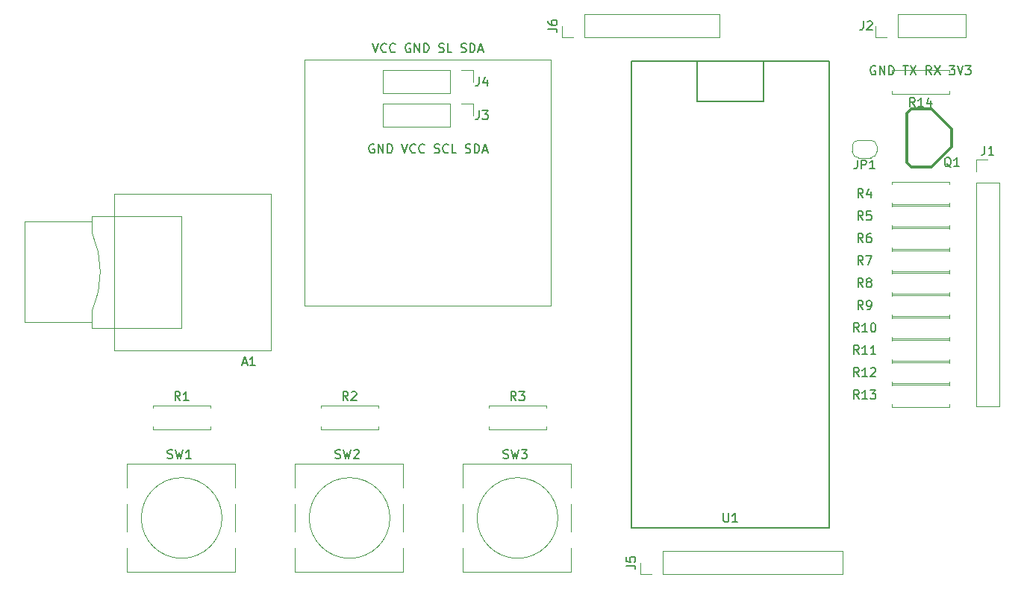
<source format=gbr>
%TF.GenerationSoftware,KiCad,Pcbnew,5.1.6-c6e7f7d~86~ubuntu16.04.1*%
%TF.CreationDate,2020-07-11T20:05:59+01:00*%
%TF.ProjectId,bluepill-pb1,626c7565-7069-46c6-9c2d-7062312e6b69,rev?*%
%TF.SameCoordinates,Original*%
%TF.FileFunction,Legend,Top*%
%TF.FilePolarity,Positive*%
%FSLAX46Y46*%
G04 Gerber Fmt 4.6, Leading zero omitted, Abs format (unit mm)*
G04 Created by KiCad (PCBNEW 5.1.6-c6e7f7d~86~ubuntu16.04.1) date 2020-07-11 20:05:59*
%MOMM*%
%LPD*%
G01*
G04 APERTURE LIST*
%ADD10C,0.120000*%
%ADD11C,0.150000*%
%ADD12C,0.304800*%
%ADD13C,0.203200*%
G04 APERTURE END LIST*
D10*
X100330000Y-91440000D02*
X100330000Y-63500000D01*
X128270000Y-91440000D02*
X100330000Y-91440000D01*
X128270000Y-63500000D02*
X128270000Y-91440000D01*
X100330000Y-63500000D02*
X128270000Y-63500000D01*
D11*
X165060952Y-64270000D02*
X164965714Y-64222380D01*
X164822857Y-64222380D01*
X164680000Y-64270000D01*
X164584761Y-64365238D01*
X164537142Y-64460476D01*
X164489523Y-64650952D01*
X164489523Y-64793809D01*
X164537142Y-64984285D01*
X164584761Y-65079523D01*
X164680000Y-65174761D01*
X164822857Y-65222380D01*
X164918095Y-65222380D01*
X165060952Y-65174761D01*
X165108571Y-65127142D01*
X165108571Y-64793809D01*
X164918095Y-64793809D01*
X165537142Y-65222380D02*
X165537142Y-64222380D01*
X166108571Y-65222380D01*
X166108571Y-64222380D01*
X166584761Y-65222380D02*
X166584761Y-64222380D01*
X166822857Y-64222380D01*
X166965714Y-64270000D01*
X167060952Y-64365238D01*
X167108571Y-64460476D01*
X167156190Y-64650952D01*
X167156190Y-64793809D01*
X167108571Y-64984285D01*
X167060952Y-65079523D01*
X166965714Y-65174761D01*
X166822857Y-65222380D01*
X166584761Y-65222380D01*
X168203809Y-64222380D02*
X168775238Y-64222380D01*
X168489523Y-65222380D02*
X168489523Y-64222380D01*
X169013333Y-64222380D02*
X169680000Y-65222380D01*
X169680000Y-64222380D02*
X169013333Y-65222380D01*
X171394285Y-65222380D02*
X171060952Y-64746190D01*
X170822857Y-65222380D02*
X170822857Y-64222380D01*
X171203809Y-64222380D01*
X171299047Y-64270000D01*
X171346666Y-64317619D01*
X171394285Y-64412857D01*
X171394285Y-64555714D01*
X171346666Y-64650952D01*
X171299047Y-64698571D01*
X171203809Y-64746190D01*
X170822857Y-64746190D01*
X171727619Y-64222380D02*
X172394285Y-65222380D01*
X172394285Y-64222380D02*
X171727619Y-65222380D01*
X173441904Y-64222380D02*
X174060952Y-64222380D01*
X173727619Y-64603333D01*
X173870476Y-64603333D01*
X173965714Y-64650952D01*
X174013333Y-64698571D01*
X174060952Y-64793809D01*
X174060952Y-65031904D01*
X174013333Y-65127142D01*
X173965714Y-65174761D01*
X173870476Y-65222380D01*
X173584761Y-65222380D01*
X173489523Y-65174761D01*
X173441904Y-65127142D01*
X174346666Y-64222380D02*
X174680000Y-65222380D01*
X175013333Y-64222380D01*
X175251428Y-64222380D02*
X175870476Y-64222380D01*
X175537142Y-64603333D01*
X175680000Y-64603333D01*
X175775238Y-64650952D01*
X175822857Y-64698571D01*
X175870476Y-64793809D01*
X175870476Y-65031904D01*
X175822857Y-65127142D01*
X175775238Y-65174761D01*
X175680000Y-65222380D01*
X175394285Y-65222380D01*
X175299047Y-65174761D01*
X175251428Y-65127142D01*
X108180952Y-73160000D02*
X108085714Y-73112380D01*
X107942857Y-73112380D01*
X107800000Y-73160000D01*
X107704761Y-73255238D01*
X107657142Y-73350476D01*
X107609523Y-73540952D01*
X107609523Y-73683809D01*
X107657142Y-73874285D01*
X107704761Y-73969523D01*
X107800000Y-74064761D01*
X107942857Y-74112380D01*
X108038095Y-74112380D01*
X108180952Y-74064761D01*
X108228571Y-74017142D01*
X108228571Y-73683809D01*
X108038095Y-73683809D01*
X108657142Y-74112380D02*
X108657142Y-73112380D01*
X109228571Y-74112380D01*
X109228571Y-73112380D01*
X109704761Y-74112380D02*
X109704761Y-73112380D01*
X109942857Y-73112380D01*
X110085714Y-73160000D01*
X110180952Y-73255238D01*
X110228571Y-73350476D01*
X110276190Y-73540952D01*
X110276190Y-73683809D01*
X110228571Y-73874285D01*
X110180952Y-73969523D01*
X110085714Y-74064761D01*
X109942857Y-74112380D01*
X109704761Y-74112380D01*
X111323809Y-73112380D02*
X111657142Y-74112380D01*
X111990476Y-73112380D01*
X112895238Y-74017142D02*
X112847619Y-74064761D01*
X112704761Y-74112380D01*
X112609523Y-74112380D01*
X112466666Y-74064761D01*
X112371428Y-73969523D01*
X112323809Y-73874285D01*
X112276190Y-73683809D01*
X112276190Y-73540952D01*
X112323809Y-73350476D01*
X112371428Y-73255238D01*
X112466666Y-73160000D01*
X112609523Y-73112380D01*
X112704761Y-73112380D01*
X112847619Y-73160000D01*
X112895238Y-73207619D01*
X113895238Y-74017142D02*
X113847619Y-74064761D01*
X113704761Y-74112380D01*
X113609523Y-74112380D01*
X113466666Y-74064761D01*
X113371428Y-73969523D01*
X113323809Y-73874285D01*
X113276190Y-73683809D01*
X113276190Y-73540952D01*
X113323809Y-73350476D01*
X113371428Y-73255238D01*
X113466666Y-73160000D01*
X113609523Y-73112380D01*
X113704761Y-73112380D01*
X113847619Y-73160000D01*
X113895238Y-73207619D01*
X115038095Y-74064761D02*
X115180952Y-74112380D01*
X115419047Y-74112380D01*
X115514285Y-74064761D01*
X115561904Y-74017142D01*
X115609523Y-73921904D01*
X115609523Y-73826666D01*
X115561904Y-73731428D01*
X115514285Y-73683809D01*
X115419047Y-73636190D01*
X115228571Y-73588571D01*
X115133333Y-73540952D01*
X115085714Y-73493333D01*
X115038095Y-73398095D01*
X115038095Y-73302857D01*
X115085714Y-73207619D01*
X115133333Y-73160000D01*
X115228571Y-73112380D01*
X115466666Y-73112380D01*
X115609523Y-73160000D01*
X116609523Y-74017142D02*
X116561904Y-74064761D01*
X116419047Y-74112380D01*
X116323809Y-74112380D01*
X116180952Y-74064761D01*
X116085714Y-73969523D01*
X116038095Y-73874285D01*
X115990476Y-73683809D01*
X115990476Y-73540952D01*
X116038095Y-73350476D01*
X116085714Y-73255238D01*
X116180952Y-73160000D01*
X116323809Y-73112380D01*
X116419047Y-73112380D01*
X116561904Y-73160000D01*
X116609523Y-73207619D01*
X117514285Y-74112380D02*
X117038095Y-74112380D01*
X117038095Y-73112380D01*
X118561904Y-74064761D02*
X118704761Y-74112380D01*
X118942857Y-74112380D01*
X119038095Y-74064761D01*
X119085714Y-74017142D01*
X119133333Y-73921904D01*
X119133333Y-73826666D01*
X119085714Y-73731428D01*
X119038095Y-73683809D01*
X118942857Y-73636190D01*
X118752380Y-73588571D01*
X118657142Y-73540952D01*
X118609523Y-73493333D01*
X118561904Y-73398095D01*
X118561904Y-73302857D01*
X118609523Y-73207619D01*
X118657142Y-73160000D01*
X118752380Y-73112380D01*
X118990476Y-73112380D01*
X119133333Y-73160000D01*
X119561904Y-74112380D02*
X119561904Y-73112380D01*
X119799999Y-73112380D01*
X119942857Y-73160000D01*
X120038095Y-73255238D01*
X120085714Y-73350476D01*
X120133333Y-73540952D01*
X120133333Y-73683809D01*
X120085714Y-73874285D01*
X120038095Y-73969523D01*
X119942857Y-74064761D01*
X119799999Y-74112380D01*
X119561904Y-74112380D01*
X120514285Y-73826666D02*
X120990476Y-73826666D01*
X120419047Y-74112380D02*
X120752380Y-73112380D01*
X121085714Y-74112380D01*
X108014285Y-61682380D02*
X108347619Y-62682380D01*
X108680952Y-61682380D01*
X109585714Y-62587142D02*
X109538095Y-62634761D01*
X109395238Y-62682380D01*
X109300000Y-62682380D01*
X109157142Y-62634761D01*
X109061904Y-62539523D01*
X109014285Y-62444285D01*
X108966666Y-62253809D01*
X108966666Y-62110952D01*
X109014285Y-61920476D01*
X109061904Y-61825238D01*
X109157142Y-61730000D01*
X109300000Y-61682380D01*
X109395238Y-61682380D01*
X109538095Y-61730000D01*
X109585714Y-61777619D01*
X110585714Y-62587142D02*
X110538095Y-62634761D01*
X110395238Y-62682380D01*
X110300000Y-62682380D01*
X110157142Y-62634761D01*
X110061904Y-62539523D01*
X110014285Y-62444285D01*
X109966666Y-62253809D01*
X109966666Y-62110952D01*
X110014285Y-61920476D01*
X110061904Y-61825238D01*
X110157142Y-61730000D01*
X110300000Y-61682380D01*
X110395238Y-61682380D01*
X110538095Y-61730000D01*
X110585714Y-61777619D01*
X112300000Y-61730000D02*
X112204761Y-61682380D01*
X112061904Y-61682380D01*
X111919047Y-61730000D01*
X111823809Y-61825238D01*
X111776190Y-61920476D01*
X111728571Y-62110952D01*
X111728571Y-62253809D01*
X111776190Y-62444285D01*
X111823809Y-62539523D01*
X111919047Y-62634761D01*
X112061904Y-62682380D01*
X112157142Y-62682380D01*
X112300000Y-62634761D01*
X112347619Y-62587142D01*
X112347619Y-62253809D01*
X112157142Y-62253809D01*
X112776190Y-62682380D02*
X112776190Y-61682380D01*
X113347619Y-62682380D01*
X113347619Y-61682380D01*
X113823809Y-62682380D02*
X113823809Y-61682380D01*
X114061904Y-61682380D01*
X114204761Y-61730000D01*
X114300000Y-61825238D01*
X114347619Y-61920476D01*
X114395238Y-62110952D01*
X114395238Y-62253809D01*
X114347619Y-62444285D01*
X114300000Y-62539523D01*
X114204761Y-62634761D01*
X114061904Y-62682380D01*
X113823809Y-62682380D01*
X115538095Y-62634761D02*
X115680952Y-62682380D01*
X115919047Y-62682380D01*
X116014285Y-62634761D01*
X116061904Y-62587142D01*
X116109523Y-62491904D01*
X116109523Y-62396666D01*
X116061904Y-62301428D01*
X116014285Y-62253809D01*
X115919047Y-62206190D01*
X115728571Y-62158571D01*
X115633333Y-62110952D01*
X115585714Y-62063333D01*
X115538095Y-61968095D01*
X115538095Y-61872857D01*
X115585714Y-61777619D01*
X115633333Y-61730000D01*
X115728571Y-61682380D01*
X115966666Y-61682380D01*
X116109523Y-61730000D01*
X117014285Y-62682380D02*
X116538095Y-62682380D01*
X116538095Y-61682380D01*
X118061904Y-62634761D02*
X118204761Y-62682380D01*
X118442857Y-62682380D01*
X118538095Y-62634761D01*
X118585714Y-62587142D01*
X118633333Y-62491904D01*
X118633333Y-62396666D01*
X118585714Y-62301428D01*
X118538095Y-62253809D01*
X118442857Y-62206190D01*
X118252380Y-62158571D01*
X118157142Y-62110952D01*
X118109523Y-62063333D01*
X118061904Y-61968095D01*
X118061904Y-61872857D01*
X118109523Y-61777619D01*
X118157142Y-61730000D01*
X118252380Y-61682380D01*
X118490476Y-61682380D01*
X118633333Y-61730000D01*
X119061904Y-62682380D02*
X119061904Y-61682380D01*
X119299999Y-61682380D01*
X119442857Y-61730000D01*
X119538095Y-61825238D01*
X119585714Y-61920476D01*
X119633333Y-62110952D01*
X119633333Y-62253809D01*
X119585714Y-62444285D01*
X119538095Y-62539523D01*
X119442857Y-62634761D01*
X119299999Y-62682380D01*
X119061904Y-62682380D01*
X120014285Y-62396666D02*
X120490476Y-62396666D01*
X119919047Y-62682380D02*
X120252380Y-61682380D01*
X120585714Y-62682380D01*
%TO.C,U1*%
X144790000Y-63770000D02*
X144790000Y-68270000D01*
X144790000Y-68270000D02*
X152390000Y-68270000D01*
X152390000Y-68270000D02*
X152390000Y-63770000D01*
X137340000Y-63670000D02*
X159840000Y-63670000D01*
X159840000Y-63670000D02*
X159840000Y-116670000D01*
X159840000Y-116670000D02*
X137340000Y-116670000D01*
X137340000Y-116670000D02*
X137340000Y-63670000D01*
D10*
%TO.C,SW2*%
X99160000Y-109380000D02*
X111460000Y-109380000D01*
X111460000Y-113960000D02*
X111460000Y-117100000D01*
X111460000Y-121680000D02*
X99160000Y-121680000D01*
X99160000Y-112100000D02*
X99160000Y-109380000D01*
X109989050Y-115570000D02*
G75*
G03*
X109989050Y-115570000I-4579050J0D01*
G01*
X99160000Y-121680000D02*
X99160000Y-118960000D01*
X99160000Y-117100000D02*
X99160000Y-113960000D01*
X111460000Y-118960000D02*
X111460000Y-121680000D01*
X111460000Y-109380000D02*
X111460000Y-112100000D01*
%TO.C,J6*%
X147380000Y-61020000D02*
X147380000Y-58360000D01*
X132080000Y-61020000D02*
X147380000Y-61020000D01*
X132080000Y-58360000D02*
X147380000Y-58360000D01*
X132080000Y-61020000D02*
X132080000Y-58360000D01*
X130810000Y-61020000D02*
X129480000Y-61020000D01*
X129480000Y-61020000D02*
X129480000Y-59690000D01*
%TO.C,J5*%
X161350000Y-121980000D02*
X161350000Y-119320000D01*
X140970000Y-121980000D02*
X161350000Y-121980000D01*
X140970000Y-119320000D02*
X161350000Y-119320000D01*
X140970000Y-121980000D02*
X140970000Y-119320000D01*
X139700000Y-121980000D02*
X138370000Y-121980000D01*
X138370000Y-121980000D02*
X138370000Y-120650000D01*
%TO.C,R14*%
X173450000Y-67080000D02*
X173450000Y-67410000D01*
X173450000Y-67410000D02*
X166910000Y-67410000D01*
X166910000Y-67410000D02*
X166910000Y-67080000D01*
X173450000Y-65000000D02*
X173450000Y-64670000D01*
X173450000Y-64670000D02*
X166910000Y-64670000D01*
X166910000Y-64670000D02*
X166910000Y-65000000D01*
D12*
%TO.C,Q1*%
X173736000Y-71374000D02*
X173736000Y-73406000D01*
X173736000Y-71374000D02*
X171450000Y-69088000D01*
X173736000Y-73406000D02*
X171450000Y-75692000D01*
X169164000Y-69088000D02*
X171450000Y-69088000D01*
X168656000Y-69596000D02*
X169164000Y-69088000D01*
X168656000Y-75184000D02*
X168656000Y-69596000D01*
X169164000Y-75692000D02*
X168656000Y-75184000D01*
X171450000Y-75692000D02*
X169164000Y-75692000D01*
D10*
%TO.C,J4*%
X119440000Y-64710000D02*
X119440000Y-66040000D01*
X118110000Y-64710000D02*
X119440000Y-64710000D01*
X116840000Y-64710000D02*
X116840000Y-67370000D01*
X116840000Y-67370000D02*
X109160000Y-67370000D01*
X116840000Y-64710000D02*
X109160000Y-64710000D01*
X109160000Y-64710000D02*
X109160000Y-67370000D01*
%TO.C,J2*%
X165040000Y-61020000D02*
X165040000Y-59690000D01*
X166370000Y-61020000D02*
X165040000Y-61020000D01*
X167640000Y-61020000D02*
X167640000Y-58360000D01*
X167640000Y-58360000D02*
X175320000Y-58360000D01*
X167640000Y-61020000D02*
X175320000Y-61020000D01*
X175320000Y-61020000D02*
X175320000Y-58360000D01*
%TO.C,J1*%
X176470000Y-74870000D02*
X177800000Y-74870000D01*
X176470000Y-76200000D02*
X176470000Y-74870000D01*
X176470000Y-77470000D02*
X179130000Y-77470000D01*
X179130000Y-77470000D02*
X179130000Y-102930000D01*
X176470000Y-77470000D02*
X176470000Y-102930000D01*
X176470000Y-102930000D02*
X179130000Y-102930000D01*
%TO.C,JP1*%
X164530000Y-74660000D02*
X163130000Y-74660000D01*
X162430000Y-73960000D02*
X162430000Y-73360000D01*
X163130000Y-72660000D02*
X164530000Y-72660000D01*
X165230000Y-73360000D02*
X165230000Y-73960000D01*
X165230000Y-73960000D02*
G75*
G02*
X164530000Y-74660000I-700000J0D01*
G01*
X164530000Y-72660000D02*
G75*
G02*
X165230000Y-73360000I0J-700000D01*
G01*
X162430000Y-73360000D02*
G75*
G02*
X163130000Y-72660000I700000J0D01*
G01*
X163130000Y-74660000D02*
G75*
G02*
X162430000Y-73960000I0J700000D01*
G01*
%TO.C,R13*%
X173450000Y-102970000D02*
X173450000Y-102640000D01*
X166910000Y-102970000D02*
X173450000Y-102970000D01*
X166910000Y-102640000D02*
X166910000Y-102970000D01*
X173450000Y-100230000D02*
X173450000Y-100560000D01*
X166910000Y-100230000D02*
X173450000Y-100230000D01*
X166910000Y-100560000D02*
X166910000Y-100230000D01*
%TO.C,R12*%
X173450000Y-100430000D02*
X173450000Y-100100000D01*
X166910000Y-100430000D02*
X173450000Y-100430000D01*
X166910000Y-100100000D02*
X166910000Y-100430000D01*
X173450000Y-97690000D02*
X173450000Y-98020000D01*
X166910000Y-97690000D02*
X173450000Y-97690000D01*
X166910000Y-98020000D02*
X166910000Y-97690000D01*
%TO.C,R11*%
X173450000Y-97890000D02*
X173450000Y-97560000D01*
X166910000Y-97890000D02*
X173450000Y-97890000D01*
X166910000Y-97560000D02*
X166910000Y-97890000D01*
X173450000Y-95150000D02*
X173450000Y-95480000D01*
X166910000Y-95150000D02*
X173450000Y-95150000D01*
X166910000Y-95480000D02*
X166910000Y-95150000D01*
%TO.C,R10*%
X173450000Y-95350000D02*
X173450000Y-95020000D01*
X166910000Y-95350000D02*
X173450000Y-95350000D01*
X166910000Y-95020000D02*
X166910000Y-95350000D01*
X173450000Y-92610000D02*
X173450000Y-92940000D01*
X166910000Y-92610000D02*
X173450000Y-92610000D01*
X166910000Y-92940000D02*
X166910000Y-92610000D01*
%TO.C,R9*%
X173450000Y-92810000D02*
X173450000Y-92480000D01*
X166910000Y-92810000D02*
X173450000Y-92810000D01*
X166910000Y-92480000D02*
X166910000Y-92810000D01*
X173450000Y-90070000D02*
X173450000Y-90400000D01*
X166910000Y-90070000D02*
X173450000Y-90070000D01*
X166910000Y-90400000D02*
X166910000Y-90070000D01*
%TO.C,R8*%
X173450000Y-90270000D02*
X173450000Y-89940000D01*
X166910000Y-90270000D02*
X173450000Y-90270000D01*
X166910000Y-89940000D02*
X166910000Y-90270000D01*
X173450000Y-87530000D02*
X173450000Y-87860000D01*
X166910000Y-87530000D02*
X173450000Y-87530000D01*
X166910000Y-87860000D02*
X166910000Y-87530000D01*
%TO.C,R7*%
X173450000Y-87730000D02*
X173450000Y-87400000D01*
X166910000Y-87730000D02*
X173450000Y-87730000D01*
X166910000Y-87400000D02*
X166910000Y-87730000D01*
X173450000Y-84990000D02*
X173450000Y-85320000D01*
X166910000Y-84990000D02*
X173450000Y-84990000D01*
X166910000Y-85320000D02*
X166910000Y-84990000D01*
%TO.C,R6*%
X173450000Y-85190000D02*
X173450000Y-84860000D01*
X166910000Y-85190000D02*
X173450000Y-85190000D01*
X166910000Y-84860000D02*
X166910000Y-85190000D01*
X173450000Y-82450000D02*
X173450000Y-82780000D01*
X166910000Y-82450000D02*
X173450000Y-82450000D01*
X166910000Y-82780000D02*
X166910000Y-82450000D01*
%TO.C,R5*%
X173450000Y-82650000D02*
X173450000Y-82320000D01*
X166910000Y-82650000D02*
X173450000Y-82650000D01*
X166910000Y-82320000D02*
X166910000Y-82650000D01*
X173450000Y-79910000D02*
X173450000Y-80240000D01*
X166910000Y-79910000D02*
X173450000Y-79910000D01*
X166910000Y-80240000D02*
X166910000Y-79910000D01*
%TO.C,R4*%
X173450000Y-80110000D02*
X173450000Y-79780000D01*
X166910000Y-80110000D02*
X173450000Y-80110000D01*
X166910000Y-79780000D02*
X166910000Y-80110000D01*
X173450000Y-77370000D02*
X173450000Y-77700000D01*
X166910000Y-77370000D02*
X173450000Y-77370000D01*
X166910000Y-77700000D02*
X166910000Y-77370000D01*
%TO.C,SW3*%
X118210000Y-109380000D02*
X130510000Y-109380000D01*
X130510000Y-113960000D02*
X130510000Y-117100000D01*
X130510000Y-121680000D02*
X118210000Y-121680000D01*
X118210000Y-112100000D02*
X118210000Y-109380000D01*
X129039050Y-115570000D02*
G75*
G03*
X129039050Y-115570000I-4579050J0D01*
G01*
X118210000Y-121680000D02*
X118210000Y-118960000D01*
X118210000Y-117100000D02*
X118210000Y-113960000D01*
X130510000Y-118960000D02*
X130510000Y-121680000D01*
X130510000Y-109380000D02*
X130510000Y-112100000D01*
%TO.C,SW1*%
X80110000Y-109380000D02*
X92410000Y-109380000D01*
X92410000Y-113960000D02*
X92410000Y-117100000D01*
X92410000Y-121680000D02*
X80110000Y-121680000D01*
X80110000Y-112100000D02*
X80110000Y-109380000D01*
X90939050Y-115570000D02*
G75*
G03*
X90939050Y-115570000I-4579050J0D01*
G01*
X80110000Y-121680000D02*
X80110000Y-118960000D01*
X80110000Y-117100000D02*
X80110000Y-113960000D01*
X92410000Y-118960000D02*
X92410000Y-121680000D01*
X92410000Y-109380000D02*
X92410000Y-112100000D01*
%TO.C,R3*%
X121190000Y-103100000D02*
X121190000Y-102770000D01*
X121190000Y-102770000D02*
X127730000Y-102770000D01*
X127730000Y-102770000D02*
X127730000Y-103100000D01*
X121190000Y-105180000D02*
X121190000Y-105510000D01*
X121190000Y-105510000D02*
X127730000Y-105510000D01*
X127730000Y-105510000D02*
X127730000Y-105180000D01*
%TO.C,R2*%
X102140000Y-103100000D02*
X102140000Y-102770000D01*
X102140000Y-102770000D02*
X108680000Y-102770000D01*
X108680000Y-102770000D02*
X108680000Y-103100000D01*
X102140000Y-105180000D02*
X102140000Y-105510000D01*
X102140000Y-105510000D02*
X108680000Y-105510000D01*
X108680000Y-105510000D02*
X108680000Y-105180000D01*
%TO.C,R1*%
X83090000Y-103100000D02*
X83090000Y-102770000D01*
X83090000Y-102770000D02*
X89630000Y-102770000D01*
X89630000Y-102770000D02*
X89630000Y-103100000D01*
X83090000Y-105180000D02*
X83090000Y-105510000D01*
X83090000Y-105510000D02*
X89630000Y-105510000D01*
X89630000Y-105510000D02*
X89630000Y-105180000D01*
%TO.C,J3*%
X109160000Y-68520000D02*
X109160000Y-71180000D01*
X116840000Y-68520000D02*
X109160000Y-68520000D01*
X116840000Y-71180000D02*
X109160000Y-71180000D01*
X116840000Y-68520000D02*
X116840000Y-71180000D01*
X118110000Y-68520000D02*
X119440000Y-68520000D01*
X119440000Y-68520000D02*
X119440000Y-69850000D01*
%TO.C,A1*%
X96520000Y-96520000D02*
X78740000Y-96520000D01*
X78740000Y-96520000D02*
X78740000Y-78740000D01*
X78740000Y-78740000D02*
X96520000Y-78740000D01*
X96520000Y-78740000D02*
X96520000Y-96520000D01*
X86360000Y-93980000D02*
X86360000Y-81280000D01*
X86360000Y-81280000D02*
X76200000Y-81280000D01*
X86360000Y-93980000D02*
X76200000Y-93980000D01*
X76200000Y-93980000D02*
X76200000Y-92075000D01*
X76200000Y-81280000D02*
X76200000Y-83185000D01*
X76200000Y-93345000D02*
X68580000Y-93345000D01*
X68580000Y-93345000D02*
X68580000Y-81915000D01*
X68580000Y-81915000D02*
X76200000Y-81915000D01*
X76200000Y-83185001D02*
G75*
G02*
X76200000Y-92075000I-10160000J-4444999D01*
G01*
%TO.C,U1*%
D11*
X147828095Y-115022380D02*
X147828095Y-115831904D01*
X147875714Y-115927142D01*
X147923333Y-115974761D01*
X148018571Y-116022380D01*
X148209047Y-116022380D01*
X148304285Y-115974761D01*
X148351904Y-115927142D01*
X148399523Y-115831904D01*
X148399523Y-115022380D01*
X149399523Y-116022380D02*
X148828095Y-116022380D01*
X149113809Y-116022380D02*
X149113809Y-115022380D01*
X149018571Y-115165238D01*
X148923333Y-115260476D01*
X148828095Y-115308095D01*
%TO.C,SW2*%
X103806666Y-108774761D02*
X103949523Y-108822380D01*
X104187619Y-108822380D01*
X104282857Y-108774761D01*
X104330476Y-108727142D01*
X104378095Y-108631904D01*
X104378095Y-108536666D01*
X104330476Y-108441428D01*
X104282857Y-108393809D01*
X104187619Y-108346190D01*
X103997142Y-108298571D01*
X103901904Y-108250952D01*
X103854285Y-108203333D01*
X103806666Y-108108095D01*
X103806666Y-108012857D01*
X103854285Y-107917619D01*
X103901904Y-107870000D01*
X103997142Y-107822380D01*
X104235238Y-107822380D01*
X104378095Y-107870000D01*
X104711428Y-107822380D02*
X104949523Y-108822380D01*
X105140000Y-108108095D01*
X105330476Y-108822380D01*
X105568571Y-107822380D01*
X105901904Y-107917619D02*
X105949523Y-107870000D01*
X106044761Y-107822380D01*
X106282857Y-107822380D01*
X106378095Y-107870000D01*
X106425714Y-107917619D01*
X106473333Y-108012857D01*
X106473333Y-108108095D01*
X106425714Y-108250952D01*
X105854285Y-108822380D01*
X106473333Y-108822380D01*
%TO.C,J6*%
X127932380Y-60023333D02*
X128646666Y-60023333D01*
X128789523Y-60070952D01*
X128884761Y-60166190D01*
X128932380Y-60309047D01*
X128932380Y-60404285D01*
X127932380Y-59118571D02*
X127932380Y-59309047D01*
X127980000Y-59404285D01*
X128027619Y-59451904D01*
X128170476Y-59547142D01*
X128360952Y-59594761D01*
X128741904Y-59594761D01*
X128837142Y-59547142D01*
X128884761Y-59499523D01*
X128932380Y-59404285D01*
X128932380Y-59213809D01*
X128884761Y-59118571D01*
X128837142Y-59070952D01*
X128741904Y-59023333D01*
X128503809Y-59023333D01*
X128408571Y-59070952D01*
X128360952Y-59118571D01*
X128313333Y-59213809D01*
X128313333Y-59404285D01*
X128360952Y-59499523D01*
X128408571Y-59547142D01*
X128503809Y-59594761D01*
%TO.C,J5*%
X136822380Y-120983333D02*
X137536666Y-120983333D01*
X137679523Y-121030952D01*
X137774761Y-121126190D01*
X137822380Y-121269047D01*
X137822380Y-121364285D01*
X136822380Y-120030952D02*
X136822380Y-120507142D01*
X137298571Y-120554761D01*
X137250952Y-120507142D01*
X137203333Y-120411904D01*
X137203333Y-120173809D01*
X137250952Y-120078571D01*
X137298571Y-120030952D01*
X137393809Y-119983333D01*
X137631904Y-119983333D01*
X137727142Y-120030952D01*
X137774761Y-120078571D01*
X137822380Y-120173809D01*
X137822380Y-120411904D01*
X137774761Y-120507142D01*
X137727142Y-120554761D01*
%TO.C,R14*%
X169537142Y-68862380D02*
X169203809Y-68386190D01*
X168965714Y-68862380D02*
X168965714Y-67862380D01*
X169346666Y-67862380D01*
X169441904Y-67910000D01*
X169489523Y-67957619D01*
X169537142Y-68052857D01*
X169537142Y-68195714D01*
X169489523Y-68290952D01*
X169441904Y-68338571D01*
X169346666Y-68386190D01*
X168965714Y-68386190D01*
X170489523Y-68862380D02*
X169918095Y-68862380D01*
X170203809Y-68862380D02*
X170203809Y-67862380D01*
X170108571Y-68005238D01*
X170013333Y-68100476D01*
X169918095Y-68148095D01*
X171346666Y-68195714D02*
X171346666Y-68862380D01*
X171108571Y-67814761D02*
X170870476Y-68529047D01*
X171489523Y-68529047D01*
%TO.C,Q1*%
D13*
X173639238Y-75740380D02*
X173542476Y-75692000D01*
X173445714Y-75595238D01*
X173300571Y-75450095D01*
X173203809Y-75401714D01*
X173107047Y-75401714D01*
X173155428Y-75643619D02*
X173058666Y-75595238D01*
X172961904Y-75498476D01*
X172913523Y-75304952D01*
X172913523Y-74966285D01*
X172961904Y-74772761D01*
X173058666Y-74676000D01*
X173155428Y-74627619D01*
X173348952Y-74627619D01*
X173445714Y-74676000D01*
X173542476Y-74772761D01*
X173590857Y-74966285D01*
X173590857Y-75304952D01*
X173542476Y-75498476D01*
X173445714Y-75595238D01*
X173348952Y-75643619D01*
X173155428Y-75643619D01*
X174558476Y-75643619D02*
X173977904Y-75643619D01*
X174268190Y-75643619D02*
X174268190Y-74627619D01*
X174171428Y-74772761D01*
X174074666Y-74869523D01*
X173977904Y-74917904D01*
%TO.C,J4*%
D11*
X120106666Y-65492380D02*
X120106666Y-66206666D01*
X120059047Y-66349523D01*
X119963809Y-66444761D01*
X119820952Y-66492380D01*
X119725714Y-66492380D01*
X121011428Y-65825714D02*
X121011428Y-66492380D01*
X120773333Y-65444761D02*
X120535238Y-66159047D01*
X121154285Y-66159047D01*
%TO.C,J2*%
X163706666Y-59142380D02*
X163706666Y-59856666D01*
X163659047Y-59999523D01*
X163563809Y-60094761D01*
X163420952Y-60142380D01*
X163325714Y-60142380D01*
X164135238Y-59237619D02*
X164182857Y-59190000D01*
X164278095Y-59142380D01*
X164516190Y-59142380D01*
X164611428Y-59190000D01*
X164659047Y-59237619D01*
X164706666Y-59332857D01*
X164706666Y-59428095D01*
X164659047Y-59570952D01*
X164087619Y-60142380D01*
X164706666Y-60142380D01*
%TO.C,J1*%
X177466666Y-73322380D02*
X177466666Y-74036666D01*
X177419047Y-74179523D01*
X177323809Y-74274761D01*
X177180952Y-74322380D01*
X177085714Y-74322380D01*
X178466666Y-74322380D02*
X177895238Y-74322380D01*
X178180952Y-74322380D02*
X178180952Y-73322380D01*
X178085714Y-73465238D01*
X177990476Y-73560476D01*
X177895238Y-73608095D01*
%TO.C,JP1*%
X162996666Y-74912380D02*
X162996666Y-75626666D01*
X162949047Y-75769523D01*
X162853809Y-75864761D01*
X162710952Y-75912380D01*
X162615714Y-75912380D01*
X163472857Y-75912380D02*
X163472857Y-74912380D01*
X163853809Y-74912380D01*
X163949047Y-74960000D01*
X163996666Y-75007619D01*
X164044285Y-75102857D01*
X164044285Y-75245714D01*
X163996666Y-75340952D01*
X163949047Y-75388571D01*
X163853809Y-75436190D01*
X163472857Y-75436190D01*
X164996666Y-75912380D02*
X164425238Y-75912380D01*
X164710952Y-75912380D02*
X164710952Y-74912380D01*
X164615714Y-75055238D01*
X164520476Y-75150476D01*
X164425238Y-75198095D01*
%TO.C,R13*%
X163187142Y-102052380D02*
X162853809Y-101576190D01*
X162615714Y-102052380D02*
X162615714Y-101052380D01*
X162996666Y-101052380D01*
X163091904Y-101100000D01*
X163139523Y-101147619D01*
X163187142Y-101242857D01*
X163187142Y-101385714D01*
X163139523Y-101480952D01*
X163091904Y-101528571D01*
X162996666Y-101576190D01*
X162615714Y-101576190D01*
X164139523Y-102052380D02*
X163568095Y-102052380D01*
X163853809Y-102052380D02*
X163853809Y-101052380D01*
X163758571Y-101195238D01*
X163663333Y-101290476D01*
X163568095Y-101338095D01*
X164472857Y-101052380D02*
X165091904Y-101052380D01*
X164758571Y-101433333D01*
X164901428Y-101433333D01*
X164996666Y-101480952D01*
X165044285Y-101528571D01*
X165091904Y-101623809D01*
X165091904Y-101861904D01*
X165044285Y-101957142D01*
X164996666Y-102004761D01*
X164901428Y-102052380D01*
X164615714Y-102052380D01*
X164520476Y-102004761D01*
X164472857Y-101957142D01*
%TO.C,R12*%
X163187142Y-99512380D02*
X162853809Y-99036190D01*
X162615714Y-99512380D02*
X162615714Y-98512380D01*
X162996666Y-98512380D01*
X163091904Y-98560000D01*
X163139523Y-98607619D01*
X163187142Y-98702857D01*
X163187142Y-98845714D01*
X163139523Y-98940952D01*
X163091904Y-98988571D01*
X162996666Y-99036190D01*
X162615714Y-99036190D01*
X164139523Y-99512380D02*
X163568095Y-99512380D01*
X163853809Y-99512380D02*
X163853809Y-98512380D01*
X163758571Y-98655238D01*
X163663333Y-98750476D01*
X163568095Y-98798095D01*
X164520476Y-98607619D02*
X164568095Y-98560000D01*
X164663333Y-98512380D01*
X164901428Y-98512380D01*
X164996666Y-98560000D01*
X165044285Y-98607619D01*
X165091904Y-98702857D01*
X165091904Y-98798095D01*
X165044285Y-98940952D01*
X164472857Y-99512380D01*
X165091904Y-99512380D01*
%TO.C,R11*%
X163187142Y-96972380D02*
X162853809Y-96496190D01*
X162615714Y-96972380D02*
X162615714Y-95972380D01*
X162996666Y-95972380D01*
X163091904Y-96020000D01*
X163139523Y-96067619D01*
X163187142Y-96162857D01*
X163187142Y-96305714D01*
X163139523Y-96400952D01*
X163091904Y-96448571D01*
X162996666Y-96496190D01*
X162615714Y-96496190D01*
X164139523Y-96972380D02*
X163568095Y-96972380D01*
X163853809Y-96972380D02*
X163853809Y-95972380D01*
X163758571Y-96115238D01*
X163663333Y-96210476D01*
X163568095Y-96258095D01*
X165091904Y-96972380D02*
X164520476Y-96972380D01*
X164806190Y-96972380D02*
X164806190Y-95972380D01*
X164710952Y-96115238D01*
X164615714Y-96210476D01*
X164520476Y-96258095D01*
%TO.C,R10*%
X163187142Y-94432380D02*
X162853809Y-93956190D01*
X162615714Y-94432380D02*
X162615714Y-93432380D01*
X162996666Y-93432380D01*
X163091904Y-93480000D01*
X163139523Y-93527619D01*
X163187142Y-93622857D01*
X163187142Y-93765714D01*
X163139523Y-93860952D01*
X163091904Y-93908571D01*
X162996666Y-93956190D01*
X162615714Y-93956190D01*
X164139523Y-94432380D02*
X163568095Y-94432380D01*
X163853809Y-94432380D02*
X163853809Y-93432380D01*
X163758571Y-93575238D01*
X163663333Y-93670476D01*
X163568095Y-93718095D01*
X164758571Y-93432380D02*
X164853809Y-93432380D01*
X164949047Y-93480000D01*
X164996666Y-93527619D01*
X165044285Y-93622857D01*
X165091904Y-93813333D01*
X165091904Y-94051428D01*
X165044285Y-94241904D01*
X164996666Y-94337142D01*
X164949047Y-94384761D01*
X164853809Y-94432380D01*
X164758571Y-94432380D01*
X164663333Y-94384761D01*
X164615714Y-94337142D01*
X164568095Y-94241904D01*
X164520476Y-94051428D01*
X164520476Y-93813333D01*
X164568095Y-93622857D01*
X164615714Y-93527619D01*
X164663333Y-93480000D01*
X164758571Y-93432380D01*
%TO.C,R9*%
X163663333Y-91892380D02*
X163330000Y-91416190D01*
X163091904Y-91892380D02*
X163091904Y-90892380D01*
X163472857Y-90892380D01*
X163568095Y-90940000D01*
X163615714Y-90987619D01*
X163663333Y-91082857D01*
X163663333Y-91225714D01*
X163615714Y-91320952D01*
X163568095Y-91368571D01*
X163472857Y-91416190D01*
X163091904Y-91416190D01*
X164139523Y-91892380D02*
X164330000Y-91892380D01*
X164425238Y-91844761D01*
X164472857Y-91797142D01*
X164568095Y-91654285D01*
X164615714Y-91463809D01*
X164615714Y-91082857D01*
X164568095Y-90987619D01*
X164520476Y-90940000D01*
X164425238Y-90892380D01*
X164234761Y-90892380D01*
X164139523Y-90940000D01*
X164091904Y-90987619D01*
X164044285Y-91082857D01*
X164044285Y-91320952D01*
X164091904Y-91416190D01*
X164139523Y-91463809D01*
X164234761Y-91511428D01*
X164425238Y-91511428D01*
X164520476Y-91463809D01*
X164568095Y-91416190D01*
X164615714Y-91320952D01*
%TO.C,R8*%
X163663333Y-89352380D02*
X163330000Y-88876190D01*
X163091904Y-89352380D02*
X163091904Y-88352380D01*
X163472857Y-88352380D01*
X163568095Y-88400000D01*
X163615714Y-88447619D01*
X163663333Y-88542857D01*
X163663333Y-88685714D01*
X163615714Y-88780952D01*
X163568095Y-88828571D01*
X163472857Y-88876190D01*
X163091904Y-88876190D01*
X164234761Y-88780952D02*
X164139523Y-88733333D01*
X164091904Y-88685714D01*
X164044285Y-88590476D01*
X164044285Y-88542857D01*
X164091904Y-88447619D01*
X164139523Y-88400000D01*
X164234761Y-88352380D01*
X164425238Y-88352380D01*
X164520476Y-88400000D01*
X164568095Y-88447619D01*
X164615714Y-88542857D01*
X164615714Y-88590476D01*
X164568095Y-88685714D01*
X164520476Y-88733333D01*
X164425238Y-88780952D01*
X164234761Y-88780952D01*
X164139523Y-88828571D01*
X164091904Y-88876190D01*
X164044285Y-88971428D01*
X164044285Y-89161904D01*
X164091904Y-89257142D01*
X164139523Y-89304761D01*
X164234761Y-89352380D01*
X164425238Y-89352380D01*
X164520476Y-89304761D01*
X164568095Y-89257142D01*
X164615714Y-89161904D01*
X164615714Y-88971428D01*
X164568095Y-88876190D01*
X164520476Y-88828571D01*
X164425238Y-88780952D01*
%TO.C,R7*%
X163663333Y-86812380D02*
X163330000Y-86336190D01*
X163091904Y-86812380D02*
X163091904Y-85812380D01*
X163472857Y-85812380D01*
X163568095Y-85860000D01*
X163615714Y-85907619D01*
X163663333Y-86002857D01*
X163663333Y-86145714D01*
X163615714Y-86240952D01*
X163568095Y-86288571D01*
X163472857Y-86336190D01*
X163091904Y-86336190D01*
X163996666Y-85812380D02*
X164663333Y-85812380D01*
X164234761Y-86812380D01*
%TO.C,R6*%
X163663333Y-84272380D02*
X163330000Y-83796190D01*
X163091904Y-84272380D02*
X163091904Y-83272380D01*
X163472857Y-83272380D01*
X163568095Y-83320000D01*
X163615714Y-83367619D01*
X163663333Y-83462857D01*
X163663333Y-83605714D01*
X163615714Y-83700952D01*
X163568095Y-83748571D01*
X163472857Y-83796190D01*
X163091904Y-83796190D01*
X164520476Y-83272380D02*
X164330000Y-83272380D01*
X164234761Y-83320000D01*
X164187142Y-83367619D01*
X164091904Y-83510476D01*
X164044285Y-83700952D01*
X164044285Y-84081904D01*
X164091904Y-84177142D01*
X164139523Y-84224761D01*
X164234761Y-84272380D01*
X164425238Y-84272380D01*
X164520476Y-84224761D01*
X164568095Y-84177142D01*
X164615714Y-84081904D01*
X164615714Y-83843809D01*
X164568095Y-83748571D01*
X164520476Y-83700952D01*
X164425238Y-83653333D01*
X164234761Y-83653333D01*
X164139523Y-83700952D01*
X164091904Y-83748571D01*
X164044285Y-83843809D01*
%TO.C,R5*%
X163663333Y-81732380D02*
X163330000Y-81256190D01*
X163091904Y-81732380D02*
X163091904Y-80732380D01*
X163472857Y-80732380D01*
X163568095Y-80780000D01*
X163615714Y-80827619D01*
X163663333Y-80922857D01*
X163663333Y-81065714D01*
X163615714Y-81160952D01*
X163568095Y-81208571D01*
X163472857Y-81256190D01*
X163091904Y-81256190D01*
X164568095Y-80732380D02*
X164091904Y-80732380D01*
X164044285Y-81208571D01*
X164091904Y-81160952D01*
X164187142Y-81113333D01*
X164425238Y-81113333D01*
X164520476Y-81160952D01*
X164568095Y-81208571D01*
X164615714Y-81303809D01*
X164615714Y-81541904D01*
X164568095Y-81637142D01*
X164520476Y-81684761D01*
X164425238Y-81732380D01*
X164187142Y-81732380D01*
X164091904Y-81684761D01*
X164044285Y-81637142D01*
%TO.C,R4*%
X163663333Y-79192380D02*
X163330000Y-78716190D01*
X163091904Y-79192380D02*
X163091904Y-78192380D01*
X163472857Y-78192380D01*
X163568095Y-78240000D01*
X163615714Y-78287619D01*
X163663333Y-78382857D01*
X163663333Y-78525714D01*
X163615714Y-78620952D01*
X163568095Y-78668571D01*
X163472857Y-78716190D01*
X163091904Y-78716190D01*
X164520476Y-78525714D02*
X164520476Y-79192380D01*
X164282380Y-78144761D02*
X164044285Y-78859047D01*
X164663333Y-78859047D01*
%TO.C,SW3*%
X122856666Y-108774761D02*
X122999523Y-108822380D01*
X123237619Y-108822380D01*
X123332857Y-108774761D01*
X123380476Y-108727142D01*
X123428095Y-108631904D01*
X123428095Y-108536666D01*
X123380476Y-108441428D01*
X123332857Y-108393809D01*
X123237619Y-108346190D01*
X123047142Y-108298571D01*
X122951904Y-108250952D01*
X122904285Y-108203333D01*
X122856666Y-108108095D01*
X122856666Y-108012857D01*
X122904285Y-107917619D01*
X122951904Y-107870000D01*
X123047142Y-107822380D01*
X123285238Y-107822380D01*
X123428095Y-107870000D01*
X123761428Y-107822380D02*
X123999523Y-108822380D01*
X124190000Y-108108095D01*
X124380476Y-108822380D01*
X124618571Y-107822380D01*
X124904285Y-107822380D02*
X125523333Y-107822380D01*
X125190000Y-108203333D01*
X125332857Y-108203333D01*
X125428095Y-108250952D01*
X125475714Y-108298571D01*
X125523333Y-108393809D01*
X125523333Y-108631904D01*
X125475714Y-108727142D01*
X125428095Y-108774761D01*
X125332857Y-108822380D01*
X125047142Y-108822380D01*
X124951904Y-108774761D01*
X124904285Y-108727142D01*
%TO.C,SW1*%
X84756666Y-108774761D02*
X84899523Y-108822380D01*
X85137619Y-108822380D01*
X85232857Y-108774761D01*
X85280476Y-108727142D01*
X85328095Y-108631904D01*
X85328095Y-108536666D01*
X85280476Y-108441428D01*
X85232857Y-108393809D01*
X85137619Y-108346190D01*
X84947142Y-108298571D01*
X84851904Y-108250952D01*
X84804285Y-108203333D01*
X84756666Y-108108095D01*
X84756666Y-108012857D01*
X84804285Y-107917619D01*
X84851904Y-107870000D01*
X84947142Y-107822380D01*
X85185238Y-107822380D01*
X85328095Y-107870000D01*
X85661428Y-107822380D02*
X85899523Y-108822380D01*
X86090000Y-108108095D01*
X86280476Y-108822380D01*
X86518571Y-107822380D01*
X87423333Y-108822380D02*
X86851904Y-108822380D01*
X87137619Y-108822380D02*
X87137619Y-107822380D01*
X87042380Y-107965238D01*
X86947142Y-108060476D01*
X86851904Y-108108095D01*
%TO.C,R3*%
X124293333Y-102222380D02*
X123960000Y-101746190D01*
X123721904Y-102222380D02*
X123721904Y-101222380D01*
X124102857Y-101222380D01*
X124198095Y-101270000D01*
X124245714Y-101317619D01*
X124293333Y-101412857D01*
X124293333Y-101555714D01*
X124245714Y-101650952D01*
X124198095Y-101698571D01*
X124102857Y-101746190D01*
X123721904Y-101746190D01*
X124626666Y-101222380D02*
X125245714Y-101222380D01*
X124912380Y-101603333D01*
X125055238Y-101603333D01*
X125150476Y-101650952D01*
X125198095Y-101698571D01*
X125245714Y-101793809D01*
X125245714Y-102031904D01*
X125198095Y-102127142D01*
X125150476Y-102174761D01*
X125055238Y-102222380D01*
X124769523Y-102222380D01*
X124674285Y-102174761D01*
X124626666Y-102127142D01*
%TO.C,R2*%
X105243333Y-102222380D02*
X104910000Y-101746190D01*
X104671904Y-102222380D02*
X104671904Y-101222380D01*
X105052857Y-101222380D01*
X105148095Y-101270000D01*
X105195714Y-101317619D01*
X105243333Y-101412857D01*
X105243333Y-101555714D01*
X105195714Y-101650952D01*
X105148095Y-101698571D01*
X105052857Y-101746190D01*
X104671904Y-101746190D01*
X105624285Y-101317619D02*
X105671904Y-101270000D01*
X105767142Y-101222380D01*
X106005238Y-101222380D01*
X106100476Y-101270000D01*
X106148095Y-101317619D01*
X106195714Y-101412857D01*
X106195714Y-101508095D01*
X106148095Y-101650952D01*
X105576666Y-102222380D01*
X106195714Y-102222380D01*
%TO.C,R1*%
X86193333Y-102222380D02*
X85860000Y-101746190D01*
X85621904Y-102222380D02*
X85621904Y-101222380D01*
X86002857Y-101222380D01*
X86098095Y-101270000D01*
X86145714Y-101317619D01*
X86193333Y-101412857D01*
X86193333Y-101555714D01*
X86145714Y-101650952D01*
X86098095Y-101698571D01*
X86002857Y-101746190D01*
X85621904Y-101746190D01*
X87145714Y-102222380D02*
X86574285Y-102222380D01*
X86860000Y-102222380D02*
X86860000Y-101222380D01*
X86764761Y-101365238D01*
X86669523Y-101460476D01*
X86574285Y-101508095D01*
%TO.C,J3*%
X120106666Y-69302380D02*
X120106666Y-70016666D01*
X120059047Y-70159523D01*
X119963809Y-70254761D01*
X119820952Y-70302380D01*
X119725714Y-70302380D01*
X120487619Y-69302380D02*
X121106666Y-69302380D01*
X120773333Y-69683333D01*
X120916190Y-69683333D01*
X121011428Y-69730952D01*
X121059047Y-69778571D01*
X121106666Y-69873809D01*
X121106666Y-70111904D01*
X121059047Y-70207142D01*
X121011428Y-70254761D01*
X120916190Y-70302380D01*
X120630476Y-70302380D01*
X120535238Y-70254761D01*
X120487619Y-70207142D01*
%TO.C,A1*%
X93265714Y-97956666D02*
X93741904Y-97956666D01*
X93170476Y-98242380D02*
X93503809Y-97242380D01*
X93837142Y-98242380D01*
X94694285Y-98242380D02*
X94122857Y-98242380D01*
X94408571Y-98242380D02*
X94408571Y-97242380D01*
X94313333Y-97385238D01*
X94218095Y-97480476D01*
X94122857Y-97528095D01*
%TD*%
M02*

</source>
